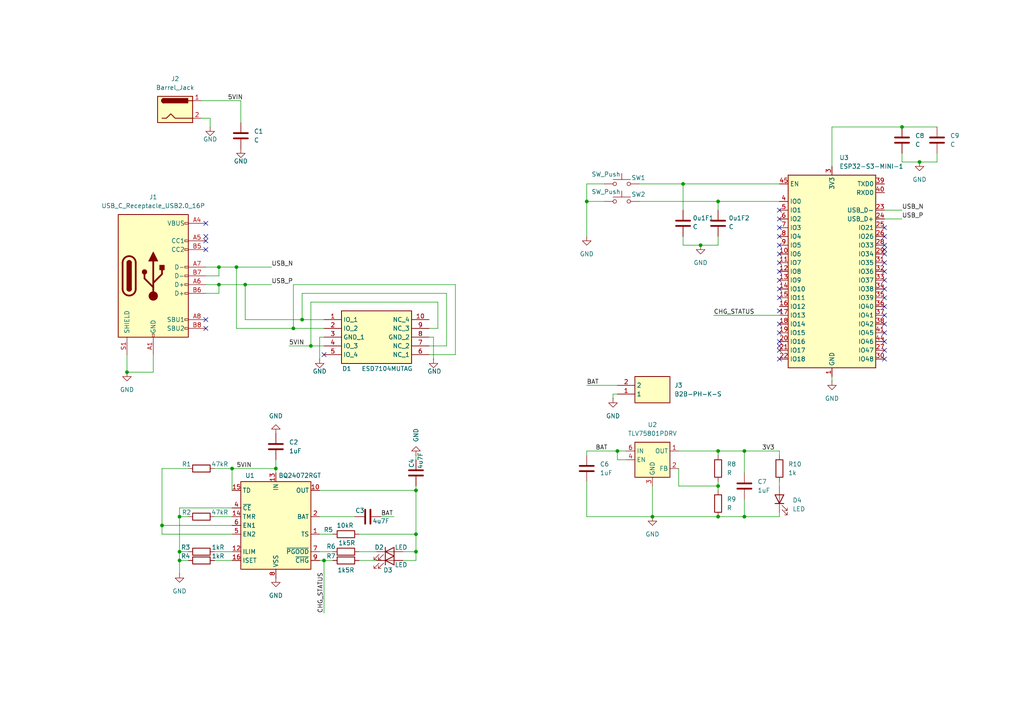
<source format=kicad_sch>
(kicad_sch (version 20250114) (generator "eeschema") (generator_version "9.0")
  (paper "A4")
  (title_block (title "ESP32 with Battery Charger") (date "2025-10-11") (company "amar jay"))
  (lib_symbols
    (symbol "B2B-PH-K-S:B2B-PH-K-S"
      (property "Reference" "J" (at 16.51 7.62 0))
      (property "Value" "B2B-PH-K-S" (at 16.51 5.08 0))
      (symbol "B2B-PH-K-S_1_1"
        (rectangle (start 5.08 2.54) (end 15.24 -5.08) (stroke (width 0.254)) (fill (type background)))
        (pin passive line (at 0 0 0) (length 5.08) (name "2") (number "2"))
        (pin passive line (at 0 -2.54 0) (length 5.08) (name "1") (number "1"))
      )
    )
    (symbol "Battery_Management:BQ24072RGT"
      (property "Reference" "U" (at -8.89 13.97 0))
      (property "Value" "BQ24072RGT" (at 16.51 13.97 0))
      (symbol "BQ24072RGT_0_1"
        (rectangle (start -10.16 12.7) (end 10.16 -12.7) (stroke (width 0.254)) (fill (type background)))
      )
      (symbol "BQ24072RGT_1_1"
        (pin input line (at -12.7 10.16 0) (length 2.54) (name "TD") (number "15"))
        (pin input line (at -12.7 5.08 0) (length 2.54) (name "~{CE}") (number "4"))
        (pin input line (at -12.7 2.54 0) (length 2.54) (name "TMR") (number "14"))
        (pin input line (at -12.7 0 0) (length 2.54) (name "EN1") (number "6"))
        (pin input line (at -12.7 -2.54 0) (length 2.54) (name "EN2") (number "5"))
        (pin passive line (at -12.7 -7.62 0) (length 2.54) (name "ILIM") (number "12"))
        (pin passive line (at -12.7 -10.16 0) (length 2.54) (name "ISET") (number "16"))
        (pin power_in line (at 0 15.24 270) (length 2.54) (name "IN") (number "13"))
        (pin passive line (at 0 -15.24 90) (length 2.54) (hide yes) (name "VSS") (number "17"))
        (pin power_in line (at 0 -15.24 90) (length 2.54) (name "VSS") (number "8"))
        (pin power_out line (at 12.7 10.16 180) (length 2.54) (name "OUT") (number "10"))
        (pin passive line (at 12.7 10.16 180) (length 2.54) (hide yes) (name "OUT") (number "11"))
        (pin power_out line (at 12.7 2.54 180) (length 2.54) (name "BAT") (number "2"))
        (pin passive line (at 12.7 2.54 180) (length 2.54) (hide yes) (name "BAT") (number "3"))
        (pin passive line (at 12.7 -2.54 180) (length 2.54) (name "TS") (number "1"))
        (pin open_collector line (at 12.7 -7.62 180) (length 2.54) (name "~{PGOOD}") (number "7"))
        (pin open_collector line (at 12.7 -10.16 180) (length 2.54) (name "~{CHG}") (number "9"))
      )
    )
    (symbol "C_1" (pin_numbers (hide yes)) (pin_names (offset 0.254))
      (property "Reference" "C1" (at 3.81 1.2701 0))
      (property "Value" "C" (at 3.81 -1.2699 0))
      (symbol "C_1_0_1"
        (polyline (pts (xy -2.032 0.762) (xy 2.032 0.762)) (stroke (width 0.508)))
        (polyline (pts (xy -2.032 -0.762) (xy 2.032 -0.762)) (stroke (width 0.508)))
      )
      (symbol "C_1_1_1"
        (pin passive line (at 0 3.81 270) (length 2.794) (name "~") (number "1"))
        (pin passive line (at 0 -3.81 90) (length 2.794) (name "~") (number "2"))
      )
    )
    (symbol "Connector:Barrel_Jack" (pin_names (offset 1.016))
      (property "Reference" "J2" (at 0 8.89 0))
      (property "Value" "Barrel_Jack" (at 0 6.35 0))
      (symbol "Barrel_Jack_0_1"
        (rectangle (start -5.08 3.81) (end 5.08 -3.81) (stroke (width 0.254)) (fill (type background)))
        (polyline (pts (xy -3.81 -2.54) (xy -2.54 -2.54) (xy -1.27 -1.27) (xy 0 -2.54) (xy 2.54 -2.54) (xy 5.08 -2.54)) (stroke (width 0.254)))
        (arc (start -3.302 1.905) (mid -3.9343 2.54) (end -3.302 3.175) (stroke (width 0.254)))
        (arc (start -3.302 1.905) (mid -3.9343 2.54) (end -3.302 3.175) (stroke (width 0.254)) (fill (type outline)))
        (rectangle (start 3.683 3.175) (end -3.302 1.905) (stroke (width 0.254)) (fill (type outline)))
        (polyline (pts (xy 5.08 2.54) (xy 3.81 2.54)) (stroke (width 0.254)))
      )
      (symbol "Barrel_Jack_1_1"
        (pin passive line (at 7.62 2.54 180) (length 2.54) (name "~") (number "1"))
        (pin passive line (at 7.62 -2.54 180) (length 2.54) (name "~") (number "2"))
      )
    )
    (symbol "Connector:USB_C_Receptacle_USB2.0_16P" (pin_names (offset 1.016))
      (property "Reference" "J1" (at 0 22.86 0))
      (property "Value" "USB_C_Receptacle_USB2.0_16P" (at 0 20.32 0))
      (symbol "USB_C_Receptacle_USB2.0_16P_0_0"
        (rectangle (start -0.254 -17.78) (end 0.254 -16.764))
        (rectangle (start 10.16 15.494) (end 9.144 14.986))
        (rectangle (start 10.16 10.414) (end 9.144 9.906))
        (rectangle (start 10.16 7.874) (end 9.144 7.366))
        (rectangle (start 10.16 2.794) (end 9.144 2.286))
        (rectangle (start 10.16 0.254) (end 9.144 -0.254))
        (rectangle (start 10.16 -2.286) (end 9.144 -2.794))
        (rectangle (start 10.16 -4.826) (end 9.144 -5.334))
        (rectangle (start 10.16 -12.446) (end 9.144 -12.954))
        (rectangle (start 10.16 -14.986) (end 9.144 -15.494))
      )
      (symbol "USB_C_Receptacle_USB2.0_16P_0_1"
        (rectangle (start -10.16 17.78) (end 10.16 -17.78) (stroke (width 0.254)) (fill (type background)))
        (polyline (pts (xy -8.89 -3.81) (xy -8.89 3.81)) (stroke (width 0.508)))
        (rectangle (start -7.62 -3.81) (end -6.35 3.81) (stroke (width 0.254)) (fill (type outline)))
        (arc (start -7.62 3.81) (mid -6.985 4.4423) (end -6.35 3.81) (stroke (width 0.254)))
        (arc (start -7.62 3.81) (mid -6.985 4.4423) (end -6.35 3.81) (stroke (width 0.254)) (fill (type outline)))
        (arc (start -8.89 3.81) (mid -6.985 5.7067) (end -5.08 3.81) (stroke (width 0.508)))
        (arc (start -5.08 -3.81) (mid -6.985 -5.7067) (end -8.89 -3.81) (stroke (width 0.508)))
        (arc (start -6.35 -3.81) (mid -6.985 -4.4423) (end -7.62 -3.81) (stroke (width 0.254)))
        (arc (start -6.35 -3.81) (mid -6.985 -4.4423) (end -7.62 -3.81) (stroke (width 0.254)) (fill (type outline)))
        (polyline (pts (xy -5.08 3.81) (xy -5.08 -3.81)) (stroke (width 0.508)))
        (circle (center -2.54 1.143) (radius 0.635) (stroke (width 0.254)) (fill (type outline)))
        (polyline (pts (xy -1.27 4.318) (xy 0 6.858) (xy 1.27 4.318) (xy -1.27 4.318)) (stroke (width 0.254)) (fill (type outline)))
        (polyline (pts (xy 0 -2.032) (xy 2.54 0.508) (xy 2.54 1.778)) (stroke (width 0.508)))
        (polyline (pts (xy 0 -3.302) (xy -2.54 -0.762) (xy -2.54 0.508)) (stroke (width 0.508)))
        (polyline (pts (xy 0 -5.842) (xy 0 4.318)) (stroke (width 0.508)))
        (circle (center 0 -5.842) (radius 1.27) (fill (type outline)))
        (rectangle (start 1.905 1.778) (end 3.175 3.048) (stroke (width 0.254)) (fill (type outline)))
      )
      (symbol "USB_C_Receptacle_USB2.0_16P_1_1"
        (pin passive line (at -7.62 -22.86 90) (length 5.08) (name "SHIELD") (number "S1"))
        (pin passive line (at 0 -22.86 90) (length 5.08) (name "GND") (number "A1"))
        (pin passive line (at 0 -22.86 90) (length 5.08) (hide yes) (name "GND") (number "A12"))
        (pin passive line (at 0 -22.86 90) (length 5.08) (hide yes) (name "GND") (number "B1"))
        (pin passive line (at 0 -22.86 90) (length 5.08) (hide yes) (name "GND") (number "B12"))
        (pin passive line (at 15.24 15.24 180) (length 5.08) (name "VBUS") (number "A4"))
        (pin passive line (at 15.24 15.24 180) (length 5.08) (hide yes) (name "VBUS") (number "A9"))
        (pin passive line (at 15.24 15.24 180) (length 5.08) (hide yes) (name "VBUS") (number "B4"))
        (pin passive line (at 15.24 15.24 180) (length 5.08) (hide yes) (name "VBUS") (number "B9"))
        (pin bidirectional line (at 15.24 10.16 180) (length 5.08) (name "CC1") (number "A5"))
        (pin bidirectional line (at 15.24 7.62 180) (length 5.08) (name "CC2") (number "B5"))
        (pin bidirectional line (at 15.24 2.54 180) (length 5.08) (name "D-") (number "A7"))
        (pin bidirectional line (at 15.24 0 180) (length 5.08) (name "D-") (number "B7"))
        (pin bidirectional line (at 15.24 -2.54 180) (length 5.08) (name "D+") (number "A6"))
        (pin bidirectional line (at 15.24 -5.08 180) (length 5.08) (name "D+") (number "B6"))
        (pin bidirectional line (at 15.24 -12.7 180) (length 5.08) (name "SBU1") (number "A8"))
        (pin bidirectional line (at 15.24 -15.24 180) (length 5.08) (name "SBU2") (number "B8"))
      )
    )
    (symbol "Device:LED" (pin_numbers (hide yes)) (pin_names (offset 1.016) (hide yes))
      (property "Reference" "D" (at 0 2.54 0))
      (property "Value" "LED" (at 0 -2.54 0))
      (symbol "LED_0_1"
        (polyline (pts (xy -3.048 -0.762) (xy -4.572 -2.286) (xy -3.81 -2.286) (xy -4.572 -2.286) (xy -4.572 -1.524)))
        (polyline (pts (xy -1.778 -0.762) (xy -3.302 -2.286) (xy -2.54 -2.286) (xy -3.302 -2.286) (xy -3.302 -1.524)))
        (polyline (pts (xy -1.27 0) (xy 1.27 0)))
        (polyline (pts (xy -1.27 -1.27) (xy -1.27 1.27)) (stroke (width 0.254)))
        (polyline (pts (xy 1.27 -1.27) (xy 1.27 1.27) (xy -1.27 0) (xy 1.27 -1.27)) (stroke (width 0.254)))
      )
      (symbol "LED_1_1"
        (pin passive line (at -3.81 0 0) (length 2.54) (name "K") (number "1"))
        (pin passive line (at 3.81 0 180) (length 2.54) (name "A") (number "2"))
      )
    )
    (symbol "Device:R" (pin_numbers (hide yes)) (pin_names (offset 0))
      (property "Reference" "R" (at 2.032 0 90))
      (property "Value" "R" (at 0 0 90))
      (symbol "R_0_1"
        (rectangle (start -1.016 -2.54) (end 1.016 2.54) (stroke (width 0.254)))
      )
      (symbol "R_1_1"
        (pin passive line (at 0 3.81 270) (length 1.27) (name "~") (number "1"))
        (pin passive line (at 0 -3.81 90) (length 1.27) (name "~") (number "2"))
      )
    )
    (symbol "ESD7104MUTAG:ESD7104MUTAG"
      (property "Reference" "D" (at 26.67 7.62 0))
      (property "Value" "ESD7104MUTAG" (at 26.67 5.08 0))
      (symbol "ESD7104MUTAG_1_1"
        (rectangle (start 5.08 2.54) (end 25.4 -12.7) (stroke (width 0.254)) (fill (type background)))
        (pin bidirectional line (at 0 0 0) (length 5.08) (name "IO_1") (number "1"))
        (pin bidirectional line (at 0 -2.54 0) (length 5.08) (name "IO_2") (number "2"))
        (pin power_in line (at 0 -5.08 0) (length 5.08) (name "GND_1") (number "3"))
        (pin bidirectional line (at 0 -7.62 0) (length 5.08) (name "IO_3") (number "4"))
        (pin bidirectional line (at 0 -10.16 0) (length 5.08) (name "IO_4") (number "5"))
        (pin passive line (at 30.48 0 180) (length 5.08) (name "NC_4") (number "10"))
        (pin passive line (at 30.48 -2.54 180) (length 5.08) (name "NC_3") (number "9"))
        (pin power_in line (at 30.48 -5.08 180) (length 5.08) (name "GND_2") (number "8"))
        (pin passive line (at 30.48 -7.62 180) (length 5.08) (name "NC_2") (number "7"))
        (pin passive line (at 30.48 -10.16 180) (length 5.08) (name "NC_1") (number "6"))
      )
    )
    (symbol "RF_Module:ESP32-S3-MINI-1"
      (property "Reference" "U" (at -11.43 29.21 0))
      (property "Value" "ESP32-S3-MINI-1" (at 12.7 29.21 0))
      (symbol "ESP32-S3-MINI-1_0_1"
        (rectangle (start -12.7 27.94) (end 12.7 -27.94) (stroke (width 0.254)) (fill (type background)))
      )
      (symbol "ESP32-S3-MINI-1_1_1"
        (pin input line (at -15.24 25.4 0) (length 2.54) (name "EN") (number "45"))
        (pin bidirectional line (at -15.24 20.32 0) (length 2.54) (name "IO0") (number "4"))
        (pin bidirectional line (at -15.24 17.78 0) (length 2.54) (name "IO1") (number "5"))
        (pin bidirectional line (at -15.24 15.24 0) (length 2.54) (name "IO2") (number "6"))
        (pin bidirectional line (at -15.24 12.7 0) (length 2.54) (name "IO3") (number "7"))
        (pin bidirectional line (at -15.24 10.16 0) (length 2.54) (name "IO4") (number "8"))
        (pin bidirectional line (at -15.24 7.62 0) (length 2.54) (name "IO5") (number "9"))
        (pin bidirectional line (at -15.24 5.08 0) (length 2.54) (name "IO6") (number "10"))
        (pin bidirectional line (at -15.24 2.54 0) (length 2.54) (name "IO7") (number "11"))
        (pin bidirectional line (at -15.24 0 0) (length 2.54) (name "IO8") (number "12"))
        (pin bidirectional line (at -15.24 -2.54 0) (length 2.54) (name "IO9") (number "13"))
        (pin bidirectional line (at -15.24 -5.08 0) (length 2.54) (name "IO10") (number "14"))
        (pin bidirectional line (at -15.24 -7.62 0) (length 2.54) (name "IO11") (number "15"))
        (pin bidirectional line (at -15.24 -10.16 0) (length 2.54) (name "IO12") (number "16"))
        (pin bidirectional line (at -15.24 -12.7 0) (length 2.54) (name "IO13") (number "17"))
        (pin bidirectional line (at -15.24 -15.24 0) (length 2.54) (name "IO14") (number "18"))
        (pin bidirectional line (at -15.24 -17.78 0) (length 2.54) (name "IO15") (number "19"))
        (pin bidirectional line (at -15.24 -20.32 0) (length 2.54) (name "IO16") (number "20"))
        (pin bidirectional line (at -15.24 -22.86 0) (length 2.54) (name "IO17") (number "21"))
        (pin bidirectional line (at -15.24 -25.4 0) (length 2.54) (name "IO18") (number "22"))
        (pin power_in line (at 0 30.48 270) (length 2.54) (name "3V3") (number "3"))
        (pin power_in line (at 0 -30.48 90) (length 2.54) (name "GND") (number "1"))
        (pin passive line (at 0 -30.48 90) (length 2.54) (hide yes) (name "GND") (number "2"))
        (pin passive line (at 0 -30.48 90) (length 2.54) (hide yes) (name "GND") (number "42"))
        (pin passive line (at 0 -30.48 90) (length 2.54) (hide yes) (name "GND") (number "43"))
        (pin passive line (at 0 -30.48 90) (length 2.54) (hide yes) (name "GND") (number "46"))
        (pin passive line (at 0 -30.48 90) (length 2.54) (hide yes) (name "GND") (number "47"))
        (pin passive line (at 0 -30.48 90) (length 2.54) (hide yes) (name "GND") (number "48"))
        (pin passive line (at 0 -30.48 90) (length 2.54) (hide yes) (name "GND") (number "49"))
        (pin passive line (at 0 -30.48 90) (length 2.54) (hide yes) (name "GND") (number "50"))
        (pin passive line (at 0 -30.48 90) (length 2.54) (hide yes) (name "GND") (number "51"))
        (pin passive line (at 0 -30.48 90) (length 2.54) (hide yes) (name "GND") (number "52"))
        (pin passive line (at 0 -30.48 90) (length 2.54) (hide yes) (name "GND") (number "53"))
        (pin passive line (at 0 -30.48 90) (length 2.54) (hide yes) (name "GND") (number "54"))
        (pin passive line (at 0 -30.48 90) (length 2.54) (hide yes) (name "GND") (number "55"))
        (pin passive line (at 0 -30.48 90) (length 2.54) (hide yes) (name "GND") (number "56"))
        (pin passive line (at 0 -30.48 90) (length 2.54) (hide yes) (name "GND") (number "57"))
        (pin passive line (at 0 -30.48 90) (length 2.54) (hide yes) (name "GND") (number "58"))
        (pin passive line (at 0 -30.48 90) (length 2.54) (hide yes) (name "GND") (number "59"))
        (pin passive line (at 0 -30.48 90) (length 2.54) (hide yes) (name "GND") (number "60"))
        (pin passive line (at 0 -30.48 90) (length 2.54) (hide yes) (name "GND") (number "61"))
        (pin passive line (at 0 -30.48 90) (length 2.54) (hide yes) (name "GND") (number "62"))
        (pin passive line (at 0 -30.48 90) (length 2.54) (hide yes) (name "GND") (number "63"))
        (pin passive line (at 0 -30.48 90) (length 2.54) (hide yes) (name "GND") (number "64"))
        (pin passive line (at 0 -30.48 90) (length 2.54) (hide yes) (name "GND") (number "65"))
        (pin bidirectional line (at 15.24 25.4 180) (length 2.54) (name "TXD0") (number "39"))
        (pin bidirectional line (at 15.24 22.86 180) (length 2.54) (name "RXD0") (number "40"))
        (pin bidirectional line (at 15.24 17.78 180) (length 2.54) (name "USB_D-") (number "23"))
        (pin bidirectional line (at 15.24 15.24 180) (length 2.54) (name "USB_D+") (number "24"))
        (pin bidirectional line (at 15.24 12.7 180) (length 2.54) (name "IO21") (number "25"))
        (pin bidirectional line (at 15.24 10.16 180) (length 2.54) (name "IO26") (number "26"))
        (pin bidirectional line (at 15.24 7.62 180) (length 2.54) (name "IO33") (number "28"))
        (pin bidirectional line (at 15.24 5.08 180) (length 2.54) (name "IO34") (number "29"))
        (pin bidirectional line (at 15.24 2.54 180) (length 2.54) (name "IO35") (number "31"))
        (pin bidirectional line (at 15.24 0 180) (length 2.54) (name "IO36") (number "32"))
        (pin bidirectional line (at 15.24 -2.54 180) (length 2.54) (name "IO37") (number "33"))
        (pin bidirectional line (at 15.24 -5.08 180) (length 2.54) (name "IO38") (number "34"))
        (pin bidirectional line (at 15.24 -7.62 180) (length 2.54) (name "IO39") (number "35"))
        (pin bidirectional line (at 15.24 -10.16 180) (length 2.54) (name "IO40") (number "36"))
        (pin bidirectional line (at 15.24 -12.7 180) (length 2.54) (name "IO41") (number "37"))
        (pin bidirectional line (at 15.24 -15.24 180) (length 2.54) (name "IO42") (number "38"))
        (pin bidirectional line (at 15.24 -17.78 180) (length 2.54) (name "IO45") (number "41"))
        (pin bidirectional line (at 15.24 -20.32 180) (length 2.54) (name "IO46") (number "44"))
        (pin bidirectional line (at 15.24 -22.86 180) (length 2.54) (name "IO47") (number "27"))
        (pin bidirectional line (at 15.24 -25.4 180) (length 2.54) (name "IO48") (number "30"))
      )
    )
    (symbol "Regulator_Linear:TLV75801PDRV"
      (property "Reference" "U" (at -3.81 6.35 0))
      (property "Value" "TLV75801PDRV" (at 0 6.35 0))
      (symbol "TLV75801PDRV_0_1"
        (rectangle (start 5.08 -5.08) (end -5.08 5.08) (stroke (width 0.254)) (fill (type background)))
      )
      (symbol "TLV75801PDRV_1_1"
        (pin power_in line (at -7.62 2.54 0) (length 2.54) (name "IN") (number "6"))
        (pin input line (at -7.62 0 0) (length 2.54) (name "EN") (number "4"))
        (pin power_in line (at 0 -7.62 90) (length 2.54) (name "GND") (number "3"))
        (pin passive line (at 0 -7.62 90) (length 2.54) (hide yes) (name "GND") (number "7"))
        (pin no_connect line (at 5.08 0 180) (length 2.54) (hide yes) (name "DNC") (number "5"))
        (pin power_out line (at 7.62 2.54 180) (length 2.54) (name "OUT") (number "1"))
        (pin input line (at 7.62 -2.54 180) (length 2.54) (name "FB") (number "2"))
      )
    )
    (symbol "Switch:SW_Push" (pin_numbers (hide yes)) (pin_names (offset 1.016) (hide yes))
      (property "Reference" "SW" (at 1.27 2.54 0))
      (property "Value" "SW_Push" (at 0 -1.524 0))
      (symbol "SW_Push_0_1"
        (circle (center -2.032 0) (radius 0.508))
        (polyline (pts (xy 0 1.27) (xy 0 3.048)))
        (circle (center 2.032 0) (radius 0.508))
        (polyline (pts (xy 2.54 1.27) (xy -2.54 1.27)))
        (pin passive line (at -5.08 0 0) (length 2.54) (name "1") (number "1"))
        (pin passive line (at 5.08 0 180) (length 2.54) (name "2") (number "2"))
      )
    )
    (symbol "power:GND" (power) (pin_numbers (hide yes)) (pin_names (offset 0) (hide yes))
      (property "Value" "GND" (at 0 -3.81 0))
      (symbol "GND_0_1"
        (polyline (pts (xy 0 0) (xy 0 -1.27) (xy 1.27 -1.27) (xy 0 -2.54) (xy -1.27 -1.27) (xy 0 -1.27)))
      )
      (symbol "GND_1_1"
        (pin power_in line (at 0 0 270) (length 0) (name "~") (number "1"))
      )
    )
  )
  (junction (at 36.83 107.95))
  (junction (at 120.65 160.02))
  (junction (at 87.63 92.71))
  (junction (at 189.23 149.86))
  (junction (at 170.18 58.42))
  (junction (at 67.31 135.89))
  (junction (at 179.07 130.81))
  (junction (at 198.12 53.34))
  (junction (at 215.9 130.81))
  (junction (at 90.17 100.33))
  (junction (at 80.01 135.89))
  (junction (at 120.65 142.24))
  (junction (at 68.58 77.47))
  (junction (at 63.5 77.47))
  (junction (at 93.98 162.56))
  (junction (at 46.99 152.4))
  (junction (at 52.07 162.56))
  (junction (at 85.09 95.25))
  (junction (at 203.2 71.12))
  (junction (at 266.7 46.99))
  (junction (at 63.5 82.55))
  (junction (at 120.65 154.94))
  (junction (at 71.12 82.55))
  (junction (at 52.07 149.86))
  (junction (at 208.28 58.42))
  (junction (at 52.07 160.02))
  (junction (at 215.9 149.86))
  (junction (at 208.28 130.81))
  (junction (at 261.62 36.83))
  (junction (at 208.28 140.97))
  (junction (at 208.28 149.86))
  (no_connect (at 256.54 81.28))
  (no_connect (at 226.06 86.36))
  (no_connect (at 226.06 100.33))
  (no_connect (at 256.54 88.9))
  (no_connect (at 226.06 63.5))
  (no_connect (at 256.54 68.58))
  (no_connect (at 59.69 69.85))
  (no_connect (at 226.06 60.96))
  (no_connect (at 256.54 72.39))
  (no_connect (at 226.06 90.17))
  (no_connect (at 226.06 66.04))
  (no_connect (at 256.54 83.82))
  (no_connect (at 226.06 68.58))
  (no_connect (at 256.54 91.44))
  (no_connect (at 256.54 71.12))
  (no_connect (at 256.54 96.52))
  (no_connect (at 226.06 76.2))
  (no_connect (at 226.06 73.66))
  (no_connect (at 256.54 86.36))
  (no_connect (at 93.98 102.87))
  (no_connect (at 226.06 93.98))
  (no_connect (at 226.06 81.28))
  (no_connect (at 226.06 71.12))
  (no_connect (at 226.06 99.06))
  (no_connect (at 256.54 93.98))
  (no_connect (at 256.54 99.06))
  (no_connect (at 256.54 78.74))
  (no_connect (at 226.06 101.6))
  (no_connect (at 256.54 73.66))
  (no_connect (at 59.69 95.25))
  (no_connect (at 226.06 104.14))
  (no_connect (at 226.06 96.52))
  (no_connect (at 256.54 104.14))
  (no_connect (at 59.69 92.71))
  (no_connect (at 59.69 64.77))
  (no_connect (at 256.54 101.6))
  (no_connect (at 256.54 76.2))
  (no_connect (at 59.69 72.39))
  (no_connect (at 226.06 78.74))
  (no_connect (at 256.54 66.04))
  (no_connect (at 226.06 83.82))
  (no_connect (at 59.69 68.58))
  (wire (pts (xy 226.06 149.86) (xy 215.9 149.86)))
  (wire (pts (xy 85.09 82.55) (xy 85.09 95.25)))
  (wire (pts (xy 120.65 140.97) (xy 120.65 142.24)))
  (wire (pts (xy 36.83 102.87) (xy 36.83 107.95)))
  (wire (pts (xy 62.23 135.89) (xy 67.31 135.89)))
  (wire (pts (xy 110.49 149.86) (xy 114.3 149.86)))
  (wire (pts (xy 189.23 149.86) (xy 208.28 149.86)))
  (wire (pts (xy 132.08 102.87) (xy 132.08 82.55)))
  (wire (pts (xy 226.06 132.08) (xy 226.06 130.81)))
  (wire (pts (xy 68.58 77.47) (xy 68.58 95.25)))
  (wire (pts (xy 241.3 48.26) (xy 241.3 36.83)))
  (wire (pts (xy 93.98 97.79) (xy 92.71 97.79)))
  (wire (pts (xy 215.9 130.81) (xy 208.28 130.81)))
  (wire (pts (xy 120.65 154.94) (xy 120.65 160.02)))
  (wire (pts (xy 46.99 135.89) (xy 46.99 152.4)))
  (wire (pts (xy 67.31 135.89) (xy 80.01 135.89)))
  (wire (pts (xy 52.07 147.32) (xy 52.07 149.86)))
  (wire (pts (xy 226.06 139.7) (xy 226.06 140.97)))
  (wire (pts (xy 68.58 77.47) (xy 78.74 77.47)))
  (wire (pts (xy 208.28 58.42) (xy 208.28 60.96)))
  (wire (pts (xy 189.23 140.97) (xy 189.23 149.86)))
  (wire (pts (xy 92.71 160.02) (xy 96.52 160.02)))
  (wire (pts (xy 170.18 58.42) (xy 170.18 68.58)))
  (wire (pts (xy 52.07 149.86) (xy 54.61 149.86)))
  (wire (pts (xy 127 95.25) (xy 127 87.63)))
  (wire (pts (xy 52.07 160.02) (xy 54.61 160.02)))
  (wire (pts (xy 93.98 162.56) (xy 93.98 177.8)))
  (wire (pts (xy 170.18 149.86) (xy 189.23 149.86)))
  (wire (pts (xy 92.71 149.86) (xy 102.87 149.86)))
  (wire (pts (xy 62.23 160.02) (xy 67.31 160.02)))
  (wire (pts (xy 208.28 68.58) (xy 208.28 71.12)))
  (wire (pts (xy 196.85 140.97) (xy 208.28 140.97)))
  (wire (pts (xy 215.9 149.86) (xy 208.28 149.86)))
  (wire (pts (xy 59.69 77.47) (xy 63.5 77.47)))
  (wire (pts (xy 71.12 82.55) (xy 78.74 82.55)))
  (wire (pts (xy 120.65 162.56) (xy 120.65 160.02)))
  (wire (pts (xy 63.5 82.55) (xy 63.5 85.09)))
  (wire (pts (xy 85.09 95.25) (xy 93.98 95.25)))
  (wire (pts (xy 208.28 71.12) (xy 203.2 71.12)))
  (wire (pts (xy 208.28 58.42) (xy 226.06 58.42)))
  (wire (pts (xy 52.07 162.56) (xy 52.07 166.37)))
  (wire (pts (xy 207.01 91.44) (xy 226.06 91.44)))
  (wire (pts (xy 261.62 36.83) (xy 271.78 36.83)))
  (wire (pts (xy 129.54 100.33) (xy 129.54 85.09)))
  (wire (pts (xy 71.12 82.55) (xy 71.12 92.71)))
  (wire (pts (xy 124.46 102.87) (xy 132.08 102.87)))
  (wire (pts (xy 208.28 140.97) (xy 208.28 142.24)))
  (wire (pts (xy 104.14 154.94) (xy 120.65 154.94)))
  (wire (pts (xy 177.8 115.57) (xy 177.8 114.3)))
  (wire (pts (xy 256.54 60.96) (xy 261.62 60.96)))
  (wire (pts (xy 62.23 149.86) (xy 67.31 149.86)))
  (wire (pts (xy 59.69 82.55) (xy 63.5 82.55)))
  (wire (pts (xy 198.12 53.34) (xy 226.06 53.34)))
  (wire (pts (xy 68.58 95.25) (xy 85.09 95.25)))
  (wire (pts (xy 54.61 135.89) (xy 46.99 135.89)))
  (wire (pts (xy 62.23 162.56) (xy 67.31 162.56)))
  (wire (pts (xy 69.85 29.21) (xy 69.85 35.56)))
  (wire (pts (xy 59.69 85.09) (xy 63.5 85.09)))
  (wire (pts (xy 179.07 133.35) (xy 179.07 130.81)))
  (wire (pts (xy 92.71 162.56) (xy 93.98 162.56)))
  (wire (pts (xy 124.46 95.25) (xy 127 95.25)))
  (wire (pts (xy 196.85 130.81) (xy 208.28 130.81)))
  (wire (pts (xy 116.84 162.56) (xy 120.65 162.56)))
  (wire (pts (xy 181.61 133.35) (xy 179.07 133.35)))
  (wire (pts (xy 120.65 133.35) (xy 120.65 132.08)))
  (wire (pts (xy 226.06 130.81) (xy 215.9 130.81)))
  (wire (pts (xy 261.62 44.45) (xy 261.62 46.99)))
  (wire (pts (xy 177.8 114.3) (xy 179.07 114.3)))
  (wire (pts (xy 96.52 154.94) (xy 92.71 154.94)))
  (wire (pts (xy 46.99 154.94) (xy 67.31 154.94)))
  (wire (pts (xy 170.18 130.81) (xy 179.07 130.81)))
  (wire (pts (xy 52.07 162.56) (xy 54.61 162.56)))
  (wire (pts (xy 170.18 139.7) (xy 170.18 149.86)))
  (wire (pts (xy 63.5 77.47) (xy 63.5 80.01)))
  (wire (pts (xy 80.01 135.89) (xy 80.01 137.16)))
  (wire (pts (xy 104.14 160.02) (xy 109.22 160.02)))
  (wire (pts (xy 208.28 139.7) (xy 208.28 140.97)))
  (wire (pts (xy 170.18 111.76) (xy 179.07 111.76)))
  (wire (pts (xy 120.65 160.02) (xy 116.84 160.02)))
  (wire (pts (xy 52.07 149.86) (xy 52.07 160.02)))
  (wire (pts (xy 196.85 135.89) (xy 196.85 140.97)))
  (wire (pts (xy 44.45 107.95) (xy 36.83 107.95)))
  (wire (pts (xy 44.45 102.87) (xy 44.45 107.95)))
  (wire (pts (xy 175.26 53.34) (xy 170.18 53.34)))
  (wire (pts (xy 185.42 58.42) (xy 208.28 58.42)))
  (wire (pts (xy 170.18 58.42) (xy 175.26 58.42)))
  (wire (pts (xy 59.69 80.01) (xy 63.5 80.01)))
  (wire (pts (xy 241.3 109.22) (xy 241.3 110.49)))
  (wire (pts (xy 124.46 100.33) (xy 129.54 100.33)))
  (wire (pts (xy 256.54 63.5) (xy 261.62 63.5)))
  (wire (pts (xy 52.07 160.02) (xy 52.07 162.56)))
  (wire (pts (xy 261.62 46.99) (xy 266.7 46.99)))
  (wire (pts (xy 63.5 77.47) (xy 68.58 77.47)))
  (wire (pts (xy 58.42 29.21) (xy 69.85 29.21)))
  (wire (pts (xy 71.12 92.71) (xy 87.63 92.71)))
  (wire (pts (xy 87.63 92.71) (xy 93.98 92.71)))
  (wire (pts (xy 90.17 100.33) (xy 93.98 100.33)))
  (wire (pts (xy 46.99 152.4) (xy 46.99 154.94)))
  (wire (pts (xy 215.9 137.16) (xy 215.9 130.81)))
  (wire (pts (xy 132.08 82.55) (xy 85.09 82.55)))
  (wire (pts (xy 80.01 133.35) (xy 80.01 135.89)))
  (wire (pts (xy 241.3 36.83) (xy 261.62 36.83)))
  (wire (pts (xy 125.73 104.14) (xy 125.73 97.79)))
  (wire (pts (xy 93.98 162.56) (xy 96.52 162.56)))
  (wire (pts (xy 109.22 162.56) (xy 104.14 162.56)))
  (wire (pts (xy 170.18 132.08) (xy 170.18 130.81)))
  (wire (pts (xy 87.63 85.09) (xy 87.63 92.71)))
  (wire (pts (xy 271.78 44.45) (xy 271.78 46.99)))
  (wire (pts (xy 46.99 152.4) (xy 67.31 152.4)))
  (wire (pts (xy 83.82 100.33) (xy 90.17 100.33)))
  (wire (pts (xy 208.28 130.81) (xy 208.28 132.08)))
  (wire (pts (xy 127 87.63) (xy 90.17 87.63)))
  (wire (pts (xy 266.7 46.99) (xy 271.78 46.99)))
  (wire (pts (xy 63.5 82.55) (xy 71.12 82.55)))
  (wire (pts (xy 198.12 60.96) (xy 198.12 53.34)))
  (wire (pts (xy 92.71 142.24) (xy 120.65 142.24)))
  (wire (pts (xy 58.42 34.29) (xy 60.96 34.29)))
  (wire (pts (xy 179.07 130.81) (xy 181.61 130.81)))
  (wire (pts (xy 125.73 97.79) (xy 124.46 97.79)))
  (wire (pts (xy 129.54 85.09) (xy 87.63 85.09)))
  (wire (pts (xy 203.2 71.12) (xy 198.12 71.12)))
  (wire (pts (xy 120.65 142.24) (xy 120.65 154.94)))
  (wire (pts (xy 67.31 147.32) (xy 52.07 147.32)))
  (wire (pts (xy 198.12 68.58) (xy 198.12 71.12)))
  (wire (pts (xy 185.42 53.34) (xy 198.12 53.34)))
  (wire (pts (xy 90.17 87.63) (xy 90.17 100.33)))
  (wire (pts (xy 215.9 144.78) (xy 215.9 149.86)))
  (wire (pts (xy 92.71 97.79) (xy 92.71 104.14)))
  (wire (pts (xy 60.96 34.29) (xy 60.96 36.83)))
  (wire (pts (xy 170.18 53.34) (xy 170.18 58.42)))
  (wire (pts (xy 226.06 148.59) (xy 226.06 149.86)))
  (wire (pts (xy 67.31 142.24) (xy 67.31 135.89)))
  (label "3V3" (at 220.98 130.81 0))
  (label "CHG_STATUS" (at 207.01 91.44 0))
  (label "BAT" (at 172.72 130.81 0))
  (label "5VIN" (at 83.82 100.33 0))
  (label "CHG_STATUS" (at 93.98 177.8 90))
  (label "BAT" (at 170.18 111.76 0))
  (label "USB_P" (at 261.62 63.5 0))
  (label "USB_N" (at 261.62 60.96 0))
  (label "USB_N" (at 78.74 77.47 0))
  (label "5VIN" (at 68.58 135.89 0))
  (label "5VIN" (at 66.04 29.21 0))
  (label "USB_P" (at 78.74 82.55 0))
  (label "BAT" (at 110.49 149.86 0))
  (symbol (lib_name "C_1") (lib_id "Device:C") (at 170.18 135.89 0) (unit 1)
    (property "Reference" "C6" (at 173.99 134.6199 0) (effects (justify left)))
    (property "Value" "1uF" (at 173.99 137.1599 0) (effects (justify left)))
    (property "Footprint" "Capacitor_SMD:C_0603_1608Metric" (effects (hide yes)))
    (property "Description" "Unpolarized capacitor" (effects (hide yes)))
  )
  (symbol (lib_id "Device:LED") (at 113.03 162.56 0) (unit 1)
    (property "Reference" "D3" (at 112.522 165.354 0))
    (property "Value" "LED" (at 116.332 163.83 0))
    (property "Footprint" "LED_SMD:LED_0603_1608Metric" (effects (hide yes)))
    (property "Description" "Light emitting diode" (effects (hide yes)))
    (property "Sim.Pins" "1=K 2=A" (effects (hide yes)))
  )
  (symbol (lib_id "RF_Module:ESP32-S3-MINI-1") (at 241.3 78.74 0) (unit 1)
    (property "Reference" "U3" (at 243.4433 45.72 0) (effects (justify left)))
    (property "Value" "ESP32-S3-MINI-1" (at 243.4433 48.26 0) (effects (justify left)))
    (property "Footprint" "RF_Module:ESP32-S2-MINI-1" (effects (hide yes)))
    (property "Datasheet" "https://www.espressif.com/sites/default/files/documentation/esp32-s3-mini-1_mini-1u_datasheet_en.pdf" (effects (hide yes)))
    (property "Description" "RF Module, ESP32-S3 SoC, Wi-Fi 802.11b/g/n, Bluetooth, BLE, 32-bit, 3.3V, SMD, onboard antenna" (effects (hide yes)))
  )
  (symbol (lib_id "ESD7104MUTAG:ESD7104MUTAG") (at 93.98 92.71 0) (unit 1)
    (property "Reference" "D1" (at 100.584 106.934 0))
    (property "Value" "ESD7104MUTAG" (at 112.268 106.934 0))
    (property "Footprint" "ESD8104MUTAG" (effects (hide yes)))
    (property "Datasheet" "https://www.onsemi.com/pub/Collateral/ESD7104-D.PDF" (effects (hide yes)))
    (property "Description" "SZESD7104MTWTAG Wettable Flank Package; Low ESD Clamping Voltage; SZ Prefix for Automotive and Other Applications Requiring Unique Site and Control Change Requirements; AECQ101 Qualified and PPAP Capable; These Devices are PbFree, Halogen Free/BFR Free and are RoHS Compliant; Low Capacitance (0.3 pF Typical, I/O to GND); IEC6100042 (ESD): Level 4" (effects (hide yes)))
    (property "Height" "0.55" (effects (hide yes)))
    (property "Manufacturer_Name" "onsemi" (effects (hide yes)))
    (property "Manufacturer_Part_Number" "ESD7104MUTAG" (effects (hide yes)))
    (property "Mouser Part Number" "863-ESD7104MUTAG" (effects (hide yes)))
    (property "Mouser Price/Stock" "https://www.mouser.co.uk/ProductDetail/onsemi/ESD7104MUTAG?qs=8nbDJddAfDXw%2Fvxmx%252Bz6Hg%3D%3D" (effects (hide yes)))
    (property "Arrow Part Number" "ESD7104MUTAG" (effects (hide yes)))
    (property "Arrow Price/Stock" "https://www.arrow.com/en/products/esd7104mutag/on-semiconductor?utm_currency=USD&region=nac" (effects (hide yes)))
  )
  (symbol (lib_id "power:GND") (at 203.2 71.12 0) (unit 1)
    (property "Reference" "#PWR013" (effects (hide yes)))
    (property "Value" "GND" (at 203.2 76.2 0))
    (property "Description" "Power symbol creates a global label with name \"GND\" , ground" (effects (hide yes)))
  )
  (symbol (lib_id "power:GND") (at 80.01 125.73 180) (unit 1)
    (property "Reference" "#PWR05" (effects (hide yes)))
    (property "Value" "GND" (at 80.01 120.65 0))
    (property "Description" "Power symbol creates a global label with name \"GND\" , ground" (effects (hide yes)))
  )
  (symbol (lib_id "power:GND") (at 125.73 104.14 0) (unit 1)
    (property "Reference" "#PWR09" (effects (hide yes)))
    (property "Value" "GND" (at 125.984 107.696 0))
    (property "Description" "Power symbol creates a global label with name \"GND\" , ground" (effects (hide yes)))
  )
  (symbol (lib_id "Device:R") (at 58.42 135.89 90) (unit 1)
    (property "Reference" "R1" (at 54.102 134.62 90))
    (property "Value" "47kR" (at 63.754 134.62 90))
    (property "Footprint" "Resistor_SMD:R_0201_0603Metric" (effects (hide yes)))
    (property "Description" "Resistor" (effects (hide yes)))
  )
  (symbol (lib_id "power:GND") (at 177.8 115.57 0) (unit 1)
    (property "Reference" "#PWR011" (effects (hide yes)))
    (property "Value" "GND" (at 177.8 120.65 0))
    (property "Description" "Power symbol creates a global label with name \"GND\" , ground" (effects (hide yes)))
  )
  (symbol (lib_name "C_1") (lib_id "Device:C") (at 261.62 40.64 0) (unit 1)
    (property "Reference" "C8" (at 265.43 39.3699 0) (effects (justify left)))
    (property "Value" "C" (at 265.43 41.9099 0) (effects (justify left)))
    (property "Footprint" "Capacitor_SMD:C_0603_1608Metric" (effects (hide yes)))
    (property "Description" "Unpolarized capacitor" (effects (hide yes)))
  )
  (symbol (lib_name "C_1") (lib_id "Device:C") (at 215.9 140.97 0) (unit 1)
    (property "Reference" "C7" (at 219.71 139.6999 0) (effects (justify left)))
    (property "Value" "1uF" (at 219.71 142.2399 0) (effects (justify left)))
    (property "Footprint" "Capacitor_SMD:C_0603_1608Metric" (effects (hide yes)))
    (property "Description" "Unpolarized capacitor" (effects (hide yes)))
  )
  (symbol (lib_id "power:GND") (at 52.07 166.37 0) (unit 1)
    (property "Reference" "#PWR02" (effects (hide yes)))
    (property "Value" "GND" (at 52.07 171.45 0))
    (property "Description" "Power symbol creates a global label with name \"GND\" , ground" (effects (hide yes)))
  )
  (symbol (lib_id "power:GND") (at 170.18 68.58 0) (unit 1)
    (property "Reference" "#PWR010" (effects (hide yes)))
    (property "Value" "GND" (at 170.18 73.66 0))
    (property "Description" "Power symbol creates a global label with name \"GND\" , ground" (effects (hide yes)))
  )
  (symbol (lib_id "Device:R") (at 58.42 162.56 90) (unit 1)
    (property "Reference" "R4" (at 53.848 161.29 90))
    (property "Value" "1kR" (at 63.246 161.29 90))
    (property "Footprint" "Resistor_SMD:R_0201_0603Metric" (effects (hide yes)))
    (property "Description" "Resistor" (effects (hide yes)))
  )
  (symbol (lib_id "Battery_Management:BQ24072RGT") (at 80.01 152.4 0) (unit 1)
    (property "Reference" "U1" (at 71.12 137.922 0) (effects (justify left)))
    (property "Value" "BQ24072RGT" (at 80.772 137.922 0) (effects (justify left)))
    (property "Footprint" "Package_DFN_QFN:VQFN-16-1EP_3x3mm_P0.5mm_EP1.6x1.6mm" (effects (hide yes)))
    (property "Datasheet" "http://www.ti.com/lit/ds/symlink/bq24072.pdf" (effects (hide yes)))
    (property "Description" "USB-Friendly Li-Ion Battery Charger and Power-Path Management, VQFN-16" (effects (hide yes)))
  )
  (symbol (lib_name "C_1") (lib_id "Device:C") (at 69.85 39.37 0) (unit 1)
    (property "Reference" "C1" (at 73.66 38.0999 0) (effects (justify left)))
    (property "Value" "C" (at 73.66 40.6399 0) (effects (justify left)))
    (property "Footprint" "Capacitor_SMD:C_0603_1608Metric" (effects (hide yes)))
    (property "Description" "Unpolarized capacitor" (effects (hide yes)))
  )
  (symbol (lib_id "Device:R") (at 58.42 160.02 90) (unit 1)
    (property "Reference" "R3" (at 53.848 158.75 90))
    (property "Value" "1kR" (at 63.246 158.75 90))
    (property "Footprint" "Resistor_SMD:R_0201_0603Metric" (effects (hide yes)))
    (property "Description" "Resistor" (effects (hide yes)))
  )
  (symbol (lib_name "C_1") (lib_id "Device:C") (at 198.12 64.77 0) (unit 1)
    (property "Reference" "0u1F1" (at 200.914 63.246 0) (effects (justify left)))
    (property "Value" "C" (at 200.914 65.786 0) (effects (justify left)))
    (property "Footprint" "Capacitor_SMD:C_0603_1608Metric" (effects (hide yes)))
    (property "Description" "Unpolarized capacitor" (effects (hide yes)))
  )
  (symbol (lib_id "power:GND") (at 69.85 43.18 0) (unit 1)
    (property "Reference" "#PWR04" (effects (hide yes)))
    (property "Value" "GND" (at 69.85 46.736 0))
    (property "Description" "Power symbol creates a global label with name \"GND\" , ground" (effects (hide yes)))
  )
  (symbol (lib_id "Device:R") (at 100.33 162.56 90) (unit 1)
    (property "Reference" "R7" (at 96.012 161.29 90))
    (property "Value" "1k5R" (at 100.33 165.354 90))
    (property "Footprint" "Resistor_SMD:R_0201_0603Metric" (effects (hide yes)))
    (property "Description" "Resistor" (effects (hide yes)))
  )
  (symbol (lib_id "Connector:Barrel_Jack") (at 50.8 31.75 0) (unit 1)
    (property "Reference" "J2" (at 50.8 22.86 0))
    (property "Value" "Barrel_Jack" (at 50.8 25.4 0))
    (property "Footprint" "Connector_BarrelJack:BarrelJack_CUI_PJ-063AH_Horizontal" (effects (hide yes)))
    (property "Description" "DC Barrel Jack" (effects (hide yes)))
  )
  (symbol (lib_id "Device:R") (at 226.06 135.89 0) (unit 1)
    (property "Reference" "R10" (at 228.6 134.6199 0) (effects (justify left)))
    (property "Value" "1k" (at 228.6 137.1599 0) (effects (justify left)))
    (property "Footprint" "Resistor_SMD:R_0201_0603Metric" (effects (hide yes)))
    (property "Description" "Resistor" (effects (hide yes)))
  )
  (symbol (lib_id "Device:LED") (at 113.03 160.02 0) (unit 1)
    (property "Reference" "D2" (at 109.982 158.75 0))
    (property "Value" "LED" (at 116.332 158.75 0))
    (property "Footprint" "LED_SMD:LED_0603_1608Metric" (effects (hide yes)))
    (property "Description" "Light emitting diode" (effects (hide yes)))
    (property "Sim.Pins" "1=K 2=A" (effects (hide yes)))
  )
  (symbol (lib_id "power:GND") (at 36.83 107.95 0) (unit 1)
    (property "Reference" "#PWR01" (effects (hide yes)))
    (property "Value" "GND" (at 36.83 113.03 0))
    (property "Description" "Power symbol creates a global label with name \"GND\" , ground" (effects (hide yes)))
  )
  (symbol (lib_name "C_1") (lib_id "Device:C") (at 80.01 129.54 0) (unit 1)
    (property "Reference" "C2" (at 83.82 128.2699 0) (effects (justify left)))
    (property "Value" "1uF" (at 83.82 130.8099 0) (effects (justify left)))
    (property "Footprint" "Capacitor_SMD:C_0603_1608Metric" (effects (hide yes)))
    (property "Description" "Unpolarized capacitor" (effects (hide yes)))
  )
  (symbol (lib_id "Device:R") (at 208.28 146.05 0) (unit 1)
    (property "Reference" "R9" (at 210.82 144.7799 0) (effects (justify left)))
    (property "Value" "R" (at 210.82 147.3199 0) (effects (justify left)))
    (property "Footprint" "Resistor_SMD:R_0201_0603Metric" (effects (hide yes)))
    (property "Description" "Resistor" (effects (hide yes)))
  )
  (symbol (lib_name "C_1") (lib_id "Device:C") (at 120.65 137.16 180) (unit 1)
    (property "Reference" "C4" (at 119.38 134.366 90))
    (property "Value" "4u7F" (at 121.92 133.604 90))
    (property "Footprint" "Capacitor_SMD:C_0603_1608Metric" (effects (hide yes)))
    (property "Description" "Unpolarized capacitor" (effects (hide yes)))
  )
  (symbol (lib_id "power:GND") (at 266.7 46.99 0) (unit 1)
    (property "Reference" "#PWR015" (effects (hide yes)))
    (property "Value" "GND" (at 266.7 52.07 0))
    (property "Description" "Power symbol creates a global label with name \"GND\" , ground" (effects (hide yes)))
  )
  (symbol (lib_id "power:GND") (at 92.71 104.14 0) (unit 1)
    (property "Reference" "#PWR07" (effects (hide yes)))
    (property "Value" "GND" (at 92.71 107.696 0))
    (property "Description" "Power symbol creates a global label with name \"GND\" , ground" (effects (hide yes)))
  )
  (symbol (lib_id "Switch:SW_Push") (at 180.34 53.34 0) (unit 1)
    (property "Reference" "SW1" (at 185.166 51.562 0))
    (property "Value" "SW_Push" (at 175.768 50.546 0))
    (property "Footprint" "Button_Switch_SMD:SW_SPST_PTS810" (effects (hide yes)))
    (property "Description" "Push button switch, generic, two pins" (effects (hide yes)))
  )
  (symbol (lib_name "C_1") (lib_id "Device:C") (at 208.28 64.77 0) (unit 1)
    (property "Reference" "0u1F2" (at 211.328 63.246 0) (effects (justify left)))
    (property "Value" "C" (at 211.328 65.786 0) (effects (justify left)))
    (property "Footprint" "Capacitor_SMD:C_0603_1608Metric" (effects (hide yes)))
    (property "Description" "Unpolarized capacitor" (effects (hide yes)))
  )
  (symbol (lib_id "Device:R") (at 208.28 135.89 0) (unit 1)
    (property "Reference" "R8" (at 210.82 134.6199 0) (effects (justify left)))
    (property "Value" "R" (at 210.82 137.1599 0) (effects (justify left)))
    (property "Footprint" "Resistor_SMD:R_0201_0603Metric" (effects (hide yes)))
    (property "Description" "Resistor" (effects (hide yes)))
  )
  (symbol (lib_id "Switch:SW_Push") (at 180.34 58.42 0) (unit 1)
    (property "Reference" "SW2" (at 185.166 56.388 0))
    (property "Value" "SW_Push" (at 175.768 55.626 0))
    (property "Footprint" "Button_Switch_SMD:SW_SPST_PTS810" (effects (hide yes)))
    (property "Description" "Push button switch, generic, two pins" (effects (hide yes)))
  )
  (symbol (lib_name "C_1") (lib_id "Device:C") (at 271.78 40.64 0) (unit 1)
    (property "Reference" "C9" (at 275.59 39.3699 0) (effects (justify left)))
    (property "Value" "C" (at 275.59 41.9099 0) (effects (justify left)))
    (property "Footprint" "Capacitor_SMD:C_0603_1608Metric" (effects (hide yes)))
    (property "Description" "Unpolarized capacitor" (effects (hide yes)))
  )
  (symbol (lib_name "C_1") (lib_id "Device:C") (at 106.68 149.86 270) (unit 1)
    (property "Reference" "C3" (at 104.394 148.082 90))
    (property "Value" "4u7F" (at 110.49 151.13 90))
    (property "Footprint" "Capacitor_SMD:C_0603_1608Metric" (effects (hide yes)))
    (property "Description" "Unpolarized capacitor" (effects (hide yes)))
  )
  (symbol (lib_id "power:GND") (at 189.23 149.86 0) (unit 1)
    (property "Reference" "#PWR012" (effects (hide yes)))
    (property "Value" "GND" (at 189.23 154.94 0))
    (property "Description" "Power symbol creates a global label with name \"GND\" , ground" (effects (hide yes)))
  )
  (symbol (lib_id "power:GND") (at 120.65 132.08 180) (unit 1)
    (property "Reference" "#PWR08" (effects (hide yes)))
    (property "Value" "GND" (at 120.6499 128.27 90) (effects (justify right)))
    (property "Description" "Power symbol creates a global label with name \"GND\" , ground" (effects (hide yes)))
  )
  (symbol (lib_id "Device:R") (at 58.42 149.86 90) (unit 1)
    (property "Reference" "R2" (at 54.102 148.59 90))
    (property "Value" "47kR" (at 63.754 148.59 90))
    (property "Footprint" "Resistor_SMD:R_0201_0603Metric" (effects (hide yes)))
    (property "Description" "Resistor" (effects (hide yes)))
  )
  (symbol (lib_id "Device:R") (at 100.33 160.02 90) (unit 1)
    (property "Reference" "R6" (at 96.012 158.496 90))
    (property "Value" "1k5R" (at 100.584 157.48 90))
    (property "Footprint" "Resistor_SMD:R_0201_0603Metric" (effects (hide yes)))
    (property "Description" "Resistor" (effects (hide yes)))
  )
  (symbol (lib_id "power:GND") (at 60.96 36.83 0) (unit 1)
    (property "Reference" "#PWR03" (effects (hide yes)))
    (property "Value" "GND" (at 60.96 40.386 0))
    (property "Description" "Power symbol creates a global label with name \"GND\" , ground" (effects (hide yes)))
  )
  (symbol (lib_id "Device:R") (at 100.33 154.94 90) (unit 1)
    (property "Reference" "R5" (at 95.25 153.67 90))
    (property "Value" "10kR" (at 100.076 152.4 90))
    (property "Footprint" "Resistor_SMD:R_0201_0603Metric" (effects (hide yes)))
    (property "Description" "Resistor" (effects (hide yes)))
  )
  (symbol (lib_id "Device:LED") (at 226.06 144.78 90) (unit 1)
    (property "Reference" "D4" (at 229.87 145.0974 90) (effects (justify right)))
    (property "Value" "LED" (at 229.87 147.6374 90) (effects (justify right)))
    (property "Footprint" "LED_SMD:LED_0603_1608Metric" (effects (hide yes)))
    (property "Description" "Light emitting diode" (effects (hide yes)))
    (property "Sim.Pins" "1=K 2=A" (effects (hide yes)))
  )
  (symbol (lib_id "power:GND") (at 80.01 167.64 0) (unit 1)
    (property "Reference" "#PWR06" (effects (hide yes)))
    (property "Value" "GND" (at 80.01 172.72 0))
    (property "Description" "Power symbol creates a global label with name \"GND\" , ground" (effects (hide yes)))
  )
  (symbol (lib_id "Connector:USB_C_Receptacle_USB2.0_16P") (at 44.45 80.01 0) (unit 1)
    (property "Reference" "J1" (at 44.45 57.15 0))
    (property "Value" "USB_C_Receptacle_USB2.0_16P" (at 44.45 59.69 0))
    (property "Footprint" "Connector_USB:USB_C_Receptacle_GCT_USB4105-xx-A_16P_TopMnt_Horizontal" (effects (hide yes)))
    (property "Datasheet" "https://www.usb.org/sites/default/files/documents/usb_type-c.zip" (effects (hide yes)))
    (property "Description" "USB 2.0-only 16P Type-C Receptacle connector" (effects (hide yes)))
  )
  (symbol (lib_id "Regulator_Linear:TLV75801PDRV") (at 189.23 133.35 0) (unit 1)
    (property "Reference" "U2" (at 189.23 123.19 0))
    (property "Value" "TLV75801PDRV" (at 189.23 125.73 0))
    (property "Footprint" "Package_SON:WSON-6-1EP_2x2mm_P0.65mm_EP1x1.6mm" (effects (hide yes)))
    (property "Datasheet" "https://www.ti.com/lit/ds/symlink/tlv758p.pdf" (effects (hide yes)))
    (property "Description" "500mA Low-Dropout Linear Regulator, Adjustable Output, WSON-6" (effects (hide yes)))
  )
  (symbol (lib_id "power:GND") (at 241.3 110.49 0) (unit 1)
    (property "Reference" "#PWR014" (effects (hide yes)))
    (property "Value" "GND" (at 241.3 115.57 0))
    (property "Description" "Power symbol creates a global label with name \"GND\" , ground" (effects (hide yes)))
  )
  (symbol (lib_id "B2B-PH-K-S:B2B-PH-K-S") (at 179.07 111.76 0) (unit 1)
    (property "Reference" "J3" (at 195.58 111.7599 0) (effects (justify left)))
    (property "Value" "B2B-PH-K-S" (at 195.58 114.2999 0) (effects (justify left)))
    (property "Footprint" "B2BPHKS" (effects (hide yes)))
    (property "Datasheet" "http://www.jst-mfg.com/product/pdf/eng/ePH.pdf" (effects (hide yes)))
    (property "Description" "2 Positions Header Connector 0.079\" (2.00mm) Through Hole Tin, 2A, 20 m max., 100V, -25 to +85" (effects (hide yes)))
    (property "Height" "6" (effects (hide yes)))
    (property "Manufacturer_Name" "JST (JAPAN SOLDERLESS TERMINALS)" (effects (hide yes)))
    (property "Manufacturer_Part_Number" "B2B-PH-K-S" (effects (hide yes)))
  )
)
</source>
